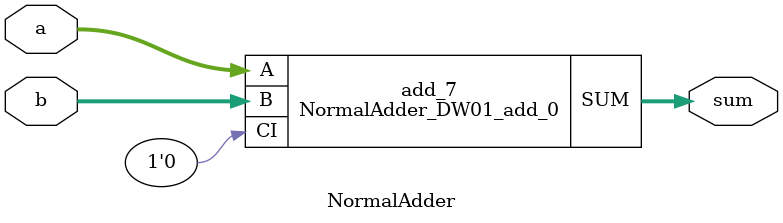
<source format=v>


module NormalAdder_DW01_add_0 ( A, B, CI, SUM, CO );
  input [31:0] A;
  input [31:0] B;
  output [31:0] SUM;
  input CI;
  output CO;
  wire   n1;
  wire   [31:1] carry;

  FADDX1 U1_31 ( .A(A[31]), .B(B[31]), .CI(carry[31]), .S(SUM[31]) );
  FADDX1 U1_30 ( .A(A[30]), .B(B[30]), .CI(carry[30]), .CO(carry[31]), .S(
        SUM[30]) );
  FADDX1 U1_29 ( .A(A[29]), .B(B[29]), .CI(carry[29]), .CO(carry[30]), .S(
        SUM[29]) );
  FADDX1 U1_28 ( .A(A[28]), .B(B[28]), .CI(carry[28]), .CO(carry[29]), .S(
        SUM[28]) );
  FADDX1 U1_27 ( .A(A[27]), .B(B[27]), .CI(carry[27]), .CO(carry[28]), .S(
        SUM[27]) );
  FADDX1 U1_26 ( .A(A[26]), .B(B[26]), .CI(carry[26]), .CO(carry[27]), .S(
        SUM[26]) );
  FADDX1 U1_25 ( .A(A[25]), .B(B[25]), .CI(carry[25]), .CO(carry[26]), .S(
        SUM[25]) );
  FADDX1 U1_24 ( .A(A[24]), .B(B[24]), .CI(carry[24]), .CO(carry[25]), .S(
        SUM[24]) );
  FADDX1 U1_23 ( .A(A[23]), .B(B[23]), .CI(carry[23]), .CO(carry[24]), .S(
        SUM[23]) );
  FADDX1 U1_22 ( .A(A[22]), .B(B[22]), .CI(carry[22]), .CO(carry[23]), .S(
        SUM[22]) );
  FADDX1 U1_21 ( .A(A[21]), .B(B[21]), .CI(carry[21]), .CO(carry[22]), .S(
        SUM[21]) );
  FADDX1 U1_20 ( .A(A[20]), .B(B[20]), .CI(carry[20]), .CO(carry[21]), .S(
        SUM[20]) );
  FADDX1 U1_19 ( .A(A[19]), .B(B[19]), .CI(carry[19]), .CO(carry[20]), .S(
        SUM[19]) );
  FADDX1 U1_18 ( .A(A[18]), .B(B[18]), .CI(carry[18]), .CO(carry[19]), .S(
        SUM[18]) );
  FADDX1 U1_17 ( .A(A[17]), .B(B[17]), .CI(carry[17]), .CO(carry[18]), .S(
        SUM[17]) );
  FADDX1 U1_16 ( .A(A[16]), .B(B[16]), .CI(carry[16]), .CO(carry[17]), .S(
        SUM[16]) );
  FADDX1 U1_15 ( .A(A[15]), .B(B[15]), .CI(carry[15]), .CO(carry[16]), .S(
        SUM[15]) );
  FADDX1 U1_14 ( .A(A[14]), .B(B[14]), .CI(carry[14]), .CO(carry[15]), .S(
        SUM[14]) );
  FADDX1 U1_13 ( .A(A[13]), .B(B[13]), .CI(carry[13]), .CO(carry[14]), .S(
        SUM[13]) );
  FADDX1 U1_12 ( .A(A[12]), .B(B[12]), .CI(carry[12]), .CO(carry[13]), .S(
        SUM[12]) );
  FADDX1 U1_11 ( .A(A[11]), .B(B[11]), .CI(carry[11]), .CO(carry[12]), .S(
        SUM[11]) );
  FADDX1 U1_10 ( .A(A[10]), .B(B[10]), .CI(carry[10]), .CO(carry[11]), .S(
        SUM[10]) );
  FADDX1 U1_9 ( .A(A[9]), .B(B[9]), .CI(carry[9]), .CO(carry[10]), .S(SUM[9])
         );
  FADDX1 U1_8 ( .A(A[8]), .B(B[8]), .CI(carry[8]), .CO(carry[9]), .S(SUM[8])
         );
  FADDX1 U1_7 ( .A(A[7]), .B(B[7]), .CI(carry[7]), .CO(carry[8]), .S(SUM[7])
         );
  FADDX1 U1_6 ( .A(A[6]), .B(B[6]), .CI(carry[6]), .CO(carry[7]), .S(SUM[6])
         );
  FADDX1 U1_5 ( .A(A[5]), .B(B[5]), .CI(carry[5]), .CO(carry[6]), .S(SUM[5])
         );
  FADDX1 U1_4 ( .A(A[4]), .B(B[4]), .CI(carry[4]), .CO(carry[5]), .S(SUM[4])
         );
  FADDX1 U1_3 ( .A(A[3]), .B(B[3]), .CI(carry[3]), .CO(carry[4]), .S(SUM[3])
         );
  FADDX1 U1_2 ( .A(A[2]), .B(B[2]), .CI(carry[2]), .CO(carry[3]), .S(SUM[2])
         );
  FADDX1 U1_1 ( .A(A[1]), .B(B[1]), .CI(n1), .CO(carry[2]), .S(SUM[1]) );
  AND2X1 U1 ( .IN1(B[0]), .IN2(A[0]), .Q(n1) );
  XOR2X1 U2 ( .IN1(B[0]), .IN2(A[0]), .Q(SUM[0]) );
endmodule


module NormalAdder ( a, b, sum );
  input [31:0] a;
  input [31:0] b;
  output [31:0] sum;


  NormalAdder_DW01_add_0 add_7 ( .A(a), .B(b), .CI(1'b0), .SUM(sum) );
endmodule


</source>
